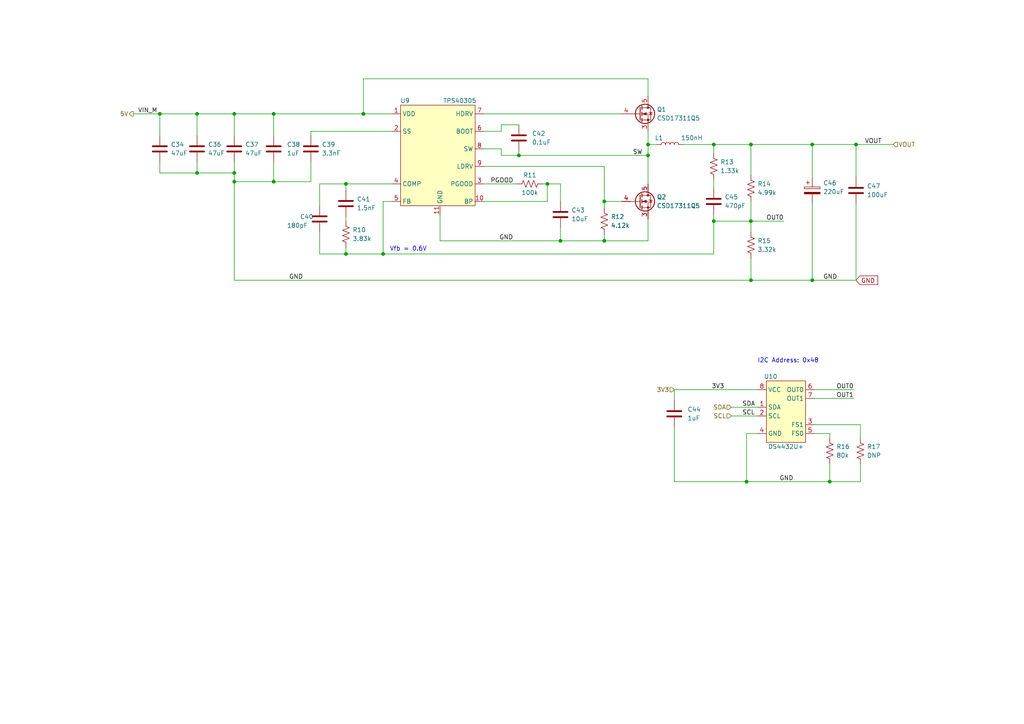
<source format=kicad_sch>
(kicad_sch (version 20230121) (generator eeschema)
  (paper "A4")
  (lib_symbols
    (symbol "Device:C" (pin_numbers hide) (pin_names (offset 0.254))
      (property "Reference" "C" (at 0.635 2.54 0))
      (property "Value" "C" (at 0.635 -2.54 0))
      (symbol "C_0_1"
        (polyline (pts (xy -2.032 -0.762) (xy 2.032 -0.762)) (stroke (width 0.508)))
        (polyline (pts (xy -2.032 0.762) (xy 2.032 0.762)) (stroke (width 0.508)))
      )
      (symbol "C_1_1"
        (pin passive line (at 0 3.81 270) (length 2.794) (name "~") (number "1"))
        (pin passive line (at 0 -3.81 90) (length 2.794) (name "~") (number "2"))
      )
    )
    (symbol "Device:C_Polarized" (pin_numbers hide) (pin_names (offset 0.254))
      (property "Reference" "C" (at 0.635 2.54 0))
      (property "Value" "C_Polarized" (at 0.635 -2.54 0))
      (symbol "C_Polarized_0_1"
        (rectangle (start -2.286 0.508) (end 2.286 1.016))
        (polyline (pts (xy -1.778 2.286) (xy -0.762 2.286)))
        (polyline (pts (xy -1.27 2.794) (xy -1.27 1.778)))
        (rectangle (start 2.286 -0.508) (end -2.286 -1.016) (fill (type outline)))
      )
      (symbol "C_Polarized_1_1"
        (pin passive line (at 0 3.81 270) (length 2.794) (name "~") (number "1"))
        (pin passive line (at 0 -3.81 90) (length 2.794) (name "~") (number "2"))
      )
    )
    (symbol "Device:L" (pin_numbers hide) (pin_names (offset 1.016) hide)
      (property "Reference" "L" (at -1.27 0 90))
      (property "Value" "L" (at 1.905 0 90))
      (symbol "L_0_1"
        (arc (start 0 -2.54) (mid 0.6323 -1.905) (end 0 -1.27))
        (arc (start 0 -1.27) (mid 0.6323 -0.635) (end 0 0))
        (arc (start 0 0) (mid 0.6323 0.635) (end 0 1.27))
        (arc (start 0 1.27) (mid 0.6323 1.905) (end 0 2.54))
      )
      (symbol "L_1_1"
        (pin passive line (at 0 3.81 270) (length 1.27) (name "1") (number "1"))
        (pin passive line (at 0 -3.81 90) (length 1.27) (name "2") (number "2"))
      )
    )
    (symbol "Device:R_US" (pin_numbers hide) (pin_names (offset 0))
      (property "Reference" "R" (at 2.54 0 90))
      (property "Value" "R_US" (at -2.54 0 90))
      (symbol "R_US_0_1"
        (polyline (pts (xy 0 -2.286) (xy 0 -2.54)))
        (polyline (pts (xy 0 2.286) (xy 0 2.54)))
        (polyline (pts (xy 0 -0.762) (xy 1.016 -1.143) (xy 0 -1.524) (xy -1.016 -1.905) (xy 0 -2.286)))
        (polyline (pts (xy 0 0.762) (xy 1.016 0.381) (xy 0 0) (xy -1.016 -0.381) (xy 0 -0.762)))
        (polyline (pts (xy 0 2.286) (xy 1.016 1.905) (xy 0 1.524) (xy -1.016 1.143) (xy 0 0.762)))
      )
      (symbol "R_US_1_1"
        (pin passive line (at 0 3.81 270) (length 1.27) (name "~") (number "1"))
        (pin passive line (at 0 -3.81 90) (length 1.27) (name "~") (number "2"))
      )
    )
    (symbol "Q_NMOS_CSD17311Q5_1" (pin_names (offset 0) hide)
      (property "Reference" "Q" (at 5.08 1.27 0))
      (property "Value" "Q_NMOS_CSD17311Q5_1" (at 5.08 -1.27 0))
      (symbol "Q_NMOS_CSD17311Q5_1_0_1"
        (polyline (pts (xy 0.254 0) (xy -2.54 0)))
        (polyline (pts (xy 0.254 1.905) (xy 0.254 -1.905)) (stroke (width 0.254)))
        (polyline (pts (xy 0.762 -1.27) (xy 0.762 -2.286)) (stroke (width 0.254)))
        (polyline (pts (xy 0.762 0.508) (xy 0.762 -0.508)) (stroke (width 0.254)))
        (polyline (pts (xy 0.762 2.286) (xy 0.762 1.27)) (stroke (width 0.254)))
        (polyline (pts (xy 2.54 2.54) (xy 2.54 1.778)))
        (polyline (pts (xy 2.54 -2.54) (xy 2.54 0) (xy 0.762 0)))
        (polyline (pts (xy 0.762 -1.778) (xy 3.302 -1.778) (xy 3.302 1.778) (xy 0.762 1.778)))
        (polyline (pts (xy 1.016 0) (xy 2.032 0.381) (xy 2.032 -0.381) (xy 1.016 0)) (fill (type outline)))
        (polyline (pts (xy 2.794 0.508) (xy 2.921 0.381) (xy 3.683 0.381) (xy 3.81 0.254)))
        (polyline (pts (xy 3.302 0.381) (xy 2.921 -0.254) (xy 3.683 -0.254) (xy 3.302 0.381)))
        (circle (center 1.651 0) (radius 2.794) (stroke (width 0.254)))
        (circle (center 2.54 -1.778) (radius 0.254) (fill (type outline)))
        (circle (center 2.54 1.778) (radius 0.254) (fill (type outline)))
      )
      (symbol "Q_NMOS_CSD17311Q5_1_1_1"
        (pin passive line (at 2.54 -5.08 90) (length 2.54) hide (name "") (number "1"))
        (pin passive line (at 2.54 -5.08 90) (length 2.54) hide (name "") (number "2"))
        (pin passive line (at 2.54 -5.08 90) (length 2.54) (name "S") (number "3"))
        (pin input line (at -5.08 0 0) (length 2.54) (name "G") (number "4"))
        (pin passive line (at 2.54 5.08 270) (length 2.54) (name "D") (number "5"))
      )
    )
    (symbol "TPS40305:DS4432U+"
      (property "Reference" "U" (at 3.81 10.16 0))
      (property "Value" "DS4432U+" (at -1.27 -10.16 0))
      (symbol "DS4432U+_0_1"
        (rectangle (start -6.35 8.89) (end 5.08 -8.89) (stroke (width 0.1524)) (fill (type background)))
      )
      (symbol "DS4432U+_1_1"
        (pin input line (at -8.89 1.27 0) (length 2.54) (name "SDA") (number "1"))
        (pin input line (at -8.89 -1.27 0) (length 2.54) (name "SCL") (number "2"))
        (pin input line (at 7.62 -3.81 180) (length 2.54) (name "FS1") (number "3"))
        (pin power_in line (at -8.89 -6.35 0) (length 2.54) (name "GND") (number "4"))
        (pin input line (at 7.62 -6.35 180) (length 2.54) (name "FS0") (number "5"))
        (pin output line (at 7.62 6.35 180) (length 2.54) (name "OUT0") (number "6"))
        (pin output line (at 7.62 3.81 180) (length 2.54) (name "OUT1") (number "7"))
        (pin power_in line (at -8.89 6.35 0) (length 2.54) (name "VCC") (number "8"))
      )
    )
    (symbol "TPS40305:TPS40305"
      (property "Reference" "U" (at 10.16 16.51 0))
      (property "Value" "TPS40305" (at -7.62 16.51 0))
      (symbol "TPS40305_0_1"
        (rectangle (start -11.43 15.24) (end 10.16 -13.97) (stroke (width 0.1524)) (fill (type background)))
      )
      (symbol "TPS40305_1_1"
        (pin input line (at -13.97 12.7 0) (length 2.54) (name "VDD") (number "1"))
        (pin input line (at 12.7 -12.7 180) (length 2.54) (name "BP") (number "10"))
        (pin input line (at 0 -16.51 90) (length 2.54) (name "GND") (number "11"))
        (pin input line (at -13.97 7.62 0) (length 2.54) (name "SS") (number "2"))
        (pin input line (at 12.7 -7.62 180) (length 2.54) (name "PGOOD") (number "3"))
        (pin input line (at -13.97 -7.62 0) (length 2.54) (name "COMP") (number "4"))
        (pin input line (at -13.97 -12.7 0) (length 2.54) (name "FB") (number "5"))
        (pin input line (at 12.7 7.62 180) (length 2.54) (name "BOOT") (number "6"))
        (pin input line (at 12.7 12.7 180) (length 2.54) (name "HDRV") (number "7"))
        (pin input line (at 12.7 2.54 180) (length 2.54) (name "SW") (number "8"))
        (pin input line (at 12.7 -2.54 180) (length 2.54) (name "LDRV") (number "9"))
      )
    )
  )
  (junction (at 175.26 69.85))
  (junction (at 207.01 64.135))
  (junction (at 235.585 81.28))
  (junction (at 187.96 45.085))
  (junction (at 100.33 73.66))
  (junction (at 207.01 41.91))
  (junction (at 217.805 64.135))
  (junction (at 105.41 33.02))
  (junction (at 187.96 41.91))
  (junction (at 57.15 33.02))
  (junction (at 67.945 33.02))
  (junction (at 162.56 69.85))
  (junction (at 79.375 33.02))
  (junction (at 111.125 73.66))
  (junction (at 79.375 52.705))
  (junction (at 57.15 50.165))
  (junction (at 216.535 139.7))
  (junction (at 175.26 58.42))
  (junction (at 248.285 41.91))
  (junction (at 158.75 53.34))
  (junction (at 235.585 41.91))
  (junction (at 240.665 139.7))
  (junction (at 67.945 52.705))
  (junction (at 217.805 81.28))
  (junction (at 46.355 33.02))
  (junction (at 67.945 50.165))
  (junction (at 217.805 41.91))
  (junction (at 100.33 53.34))
  (junction (at 150.495 45.085))
  (wire (pts (xy 100.33 62.865) (xy 100.33 64.135)))
  (wire (pts (xy 113.665 38.1) (xy 90.17 38.1)))
  (wire (pts (xy 187.96 41.91) (xy 190.5 41.91)))
  (wire (pts (xy 248.285 41.91) (xy 259.08 41.91)))
  (wire (pts (xy 216.535 139.7) (xy 216.535 125.73)))
  (wire (pts (xy 236.22 125.73) (xy 240.665 125.73)))
  (wire (pts (xy 175.26 69.85) (xy 175.26 67.945)))
  (wire (pts (xy 207.01 64.135) (xy 207.01 73.66)))
  (wire (pts (xy 38.735 33.02) (xy 46.355 33.02)))
  (wire (pts (xy 92.71 53.34) (xy 92.71 59.69)))
  (wire (pts (xy 249.555 134.62) (xy 249.555 139.7)))
  (wire (pts (xy 140.335 43.18) (xy 145.415 43.18)))
  (wire (pts (xy 92.71 73.66) (xy 92.71 67.31)))
  (wire (pts (xy 79.375 33.02) (xy 105.41 33.02)))
  (wire (pts (xy 79.375 33.02) (xy 79.375 39.37)))
  (wire (pts (xy 113.665 58.42) (xy 111.125 58.42)))
  (wire (pts (xy 240.665 125.73) (xy 240.665 127)))
  (wire (pts (xy 100.33 53.34) (xy 100.33 55.245)))
  (wire (pts (xy 236.22 115.57) (xy 247.65 115.57)))
  (wire (pts (xy 67.945 33.02) (xy 79.375 33.02)))
  (wire (pts (xy 212.09 118.11) (xy 219.71 118.11)))
  (wire (pts (xy 240.665 134.62) (xy 240.665 139.7)))
  (wire (pts (xy 187.96 27.94) (xy 187.96 22.86)))
  (wire (pts (xy 111.125 73.66) (xy 100.33 73.66)))
  (wire (pts (xy 67.945 52.705) (xy 67.945 81.28)))
  (wire (pts (xy 46.355 50.165) (xy 57.15 50.165)))
  (wire (pts (xy 46.355 46.99) (xy 46.355 50.165)))
  (wire (pts (xy 127.635 62.23) (xy 127.635 69.85)))
  (wire (pts (xy 145.415 45.085) (xy 150.495 45.085)))
  (wire (pts (xy 248.285 51.435) (xy 248.285 41.91)))
  (wire (pts (xy 113.665 53.34) (xy 100.33 53.34)))
  (wire (pts (xy 195.58 139.7) (xy 216.535 139.7)))
  (wire (pts (xy 105.41 22.86) (xy 105.41 33.02)))
  (wire (pts (xy 235.585 59.055) (xy 235.585 81.28)))
  (wire (pts (xy 207.01 41.91) (xy 217.805 41.91)))
  (wire (pts (xy 249.555 139.7) (xy 240.665 139.7)))
  (wire (pts (xy 67.945 81.28) (xy 217.805 81.28)))
  (wire (pts (xy 217.805 64.135) (xy 217.805 67.31)))
  (wire (pts (xy 217.805 81.28) (xy 235.585 81.28)))
  (wire (pts (xy 236.22 113.03) (xy 247.65 113.03)))
  (wire (pts (xy 67.945 50.165) (xy 67.945 52.705)))
  (wire (pts (xy 212.09 120.65) (xy 219.71 120.65)))
  (wire (pts (xy 187.96 69.85) (xy 175.26 69.85)))
  (wire (pts (xy 207.01 41.91) (xy 207.01 44.45)))
  (wire (pts (xy 195.58 116.205) (xy 195.58 113.03)))
  (wire (pts (xy 57.15 33.02) (xy 57.15 39.37)))
  (wire (pts (xy 175.26 48.26) (xy 175.26 58.42)))
  (wire (pts (xy 145.415 38.1) (xy 145.415 36.195)))
  (wire (pts (xy 175.26 58.42) (xy 175.26 60.325)))
  (wire (pts (xy 195.58 113.03) (xy 219.71 113.03)))
  (wire (pts (xy 236.22 123.19) (xy 249.555 123.19)))
  (wire (pts (xy 235.585 81.28) (xy 248.285 81.28)))
  (wire (pts (xy 140.335 48.26) (xy 175.26 48.26)))
  (wire (pts (xy 248.285 41.91) (xy 235.585 41.91)))
  (wire (pts (xy 240.665 139.7) (xy 216.535 139.7)))
  (wire (pts (xy 140.335 58.42) (xy 158.75 58.42)))
  (wire (pts (xy 158.75 58.42) (xy 158.75 53.34)))
  (wire (pts (xy 187.96 22.86) (xy 105.41 22.86)))
  (wire (pts (xy 57.15 50.165) (xy 67.945 50.165)))
  (wire (pts (xy 187.96 38.1) (xy 187.96 41.91)))
  (wire (pts (xy 105.41 33.02) (xy 113.665 33.02)))
  (wire (pts (xy 100.33 71.755) (xy 100.33 73.66)))
  (wire (pts (xy 46.355 33.02) (xy 57.15 33.02)))
  (wire (pts (xy 187.96 41.91) (xy 187.96 45.085)))
  (wire (pts (xy 90.17 46.99) (xy 90.17 52.705)))
  (wire (pts (xy 57.15 46.99) (xy 57.15 50.165)))
  (wire (pts (xy 207.01 73.66) (xy 111.125 73.66)))
  (wire (pts (xy 145.415 36.195) (xy 150.495 36.195)))
  (wire (pts (xy 162.56 53.34) (xy 162.56 58.42)))
  (wire (pts (xy 175.26 58.42) (xy 180.34 58.42)))
  (wire (pts (xy 111.125 58.42) (xy 111.125 73.66)))
  (wire (pts (xy 217.805 41.91) (xy 217.805 50.8)))
  (wire (pts (xy 79.375 46.99) (xy 79.375 52.705)))
  (wire (pts (xy 67.945 33.02) (xy 67.945 39.37)))
  (wire (pts (xy 217.805 58.42) (xy 217.805 64.135)))
  (wire (pts (xy 145.415 43.18) (xy 145.415 45.085)))
  (wire (pts (xy 79.375 52.705) (xy 90.17 52.705)))
  (wire (pts (xy 187.96 45.085) (xy 187.96 53.34)))
  (wire (pts (xy 150.495 43.815) (xy 150.495 45.085)))
  (wire (pts (xy 158.75 53.34) (xy 162.56 53.34)))
  (wire (pts (xy 140.335 53.34) (xy 149.86 53.34)))
  (wire (pts (xy 248.285 59.055) (xy 248.285 81.28)))
  (wire (pts (xy 235.585 41.91) (xy 235.585 51.435)))
  (wire (pts (xy 162.56 69.85) (xy 175.26 69.85)))
  (wire (pts (xy 67.945 52.705) (xy 79.375 52.705)))
  (wire (pts (xy 207.01 64.135) (xy 217.805 64.135)))
  (wire (pts (xy 67.945 46.99) (xy 67.945 50.165)))
  (wire (pts (xy 217.805 64.135) (xy 227.33 64.135)))
  (wire (pts (xy 57.15 33.02) (xy 67.945 33.02)))
  (wire (pts (xy 140.335 38.1) (xy 145.415 38.1)))
  (wire (pts (xy 207.01 62.23) (xy 207.01 64.135)))
  (wire (pts (xy 198.12 41.91) (xy 207.01 41.91)))
  (wire (pts (xy 140.335 33.02) (xy 180.34 33.02)))
  (wire (pts (xy 217.805 74.93) (xy 217.805 81.28)))
  (wire (pts (xy 249.555 123.19) (xy 249.555 127)))
  (wire (pts (xy 100.33 53.34) (xy 92.71 53.34)))
  (wire (pts (xy 46.355 39.37) (xy 46.355 33.02)))
  (wire (pts (xy 187.96 63.5) (xy 187.96 69.85)))
  (wire (pts (xy 127.635 69.85) (xy 162.56 69.85)))
  (wire (pts (xy 162.56 66.04) (xy 162.56 69.85)))
  (wire (pts (xy 157.48 53.34) (xy 158.75 53.34)))
  (wire (pts (xy 195.58 123.825) (xy 195.58 139.7)))
  (wire (pts (xy 150.495 45.085) (xy 187.96 45.085)))
  (wire (pts (xy 207.01 52.07) (xy 207.01 54.61)))
  (wire (pts (xy 235.585 41.91) (xy 217.805 41.91)))
  (wire (pts (xy 216.535 125.73) (xy 219.71 125.73)))
  (wire (pts (xy 100.33 73.66) (xy 92.71 73.66)))
  (wire (pts (xy 90.17 38.1) (xy 90.17 39.37)))
  (text "Vfb = 0.6V" (at 113.03 73.025 0) (effects (font (size 1.27 1.27)) (justify left bottom)))
  (text "I2C Address: 0x48" (at 219.71 105.41 0) (effects (font (size 1.27 1.27)) (justify left bottom)))
  (label "OUT0" (at 242.57 113.03 0))
  (label "SCL" (at 215.265 120.65 0))
  (label "GND" (at 144.78 69.85 0))
  (label "VIN_M" (at 40.005 33.02 0))
  (label "SW" (at 183.515 45.085 0))
  (label "SDA" (at 215.265 118.11 0))
  (label "PGOOD" (at 142.24 53.34 0))
  (label "GND" (at 238.76 81.28 0))
  (label "GND" (at 83.82 81.28 0))
  (label "VOUT" (at 250.825 41.91 0))
  (label "OUT1" (at 242.57 115.57 0))
  (label "OUT0" (at 222.25 64.135 0))
  (label "3V3" (at 206.375 113.03 0))
  (label "GND" (at 226.06 139.7 0))
  (global_label "GND" (shape input) (at 248.285 81.28 0) (property "Intersheetrefs" "${INTERSHEET_REFS}" (effects hide)))
  (hierarchical_label "SDA" (shape input) (at 212.09 118.11 180))
  (hierarchical_label "3V3" (shape input) (at 195.58 113.03 180))
  (hierarchical_label "SCL" (shape input) (at 212.09 120.65 180))
  (hierarchical_label "5V" (shape output) (at 38.735 33.02 180))
  (hierarchical_label "VOUT" (shape input) (at 259.08 41.91 0))
  (symbol (lib_id "Device:C") (at 195.58 120.015 0) (unit 1)
    (property "Reference" "C44" (at 199.39 118.7449 0) (effects (justify left)))
    (property "Value" "1uF" (at 199.39 121.2849 0) (effects (justify left)))
    (property "Footprint" "Capacitor_SMD:C_0402_1005Metric" (effects hide))
    (property "DK" "587-5514-1-ND" (effects hide))
    (property "PARTNO" "EMK105BJ105MV-F" (effects hide))
  )
  (symbol (lib_id "Device:C") (at 90.17 43.18 0) (unit 1)
    (property "Reference" "C39" (at 93.345 41.9099 0) (effects (justify left)))
    (property "Value" "3.3nF" (at 93.345 44.4499 0) (effects (justify left)))
    (property "Footprint" "Capacitor_SMD:C_0402_1005Metric" (effects hide))
    (property "DK" "1276-1552-1-ND" (effects hide))
    (property "PARTNO" "CL05B332KB5NNNC" (effects hide))
  )
  (symbol (lib_id "Device:C") (at 92.71 63.5 0) (unit 1)
    (property "Reference" "C40" (at 86.995 62.865 0) (effects (justify left)))
    (property "Value" "180pF" (at 83.185 65.405 0) (effects (justify left)))
    (property "Footprint" "Capacitor_SMD:C_0805_2012Metric" (effects hide))
    (property "DK" "311-1114-1-ND" (effects hide))
    (property "PARTNO" "CC0805JRNPO9BN181" (effects hide))
  )
  (symbol (lib_id "Device:C") (at 162.56 62.23 0) (unit 1)
    (property "Reference" "C43" (at 165.735 60.9599 0) (effects (justify left)))
    (property "Value" "10uF" (at 165.735 63.4999 0) (effects (justify left)))
    (property "Footprint" "Capacitor_SMD:C_0805_2012Metric" (effects hide))
    (property "DK" "1276-1096-1-ND" (effects hide))
    (property "PARTNO" "CL21A106KOQNNNE" (effects hide))
  )
  (symbol (lib_name "Q_NMOS_CSD17311Q5_1") (lib_id "TPS40305:Q_NMOS_CSD17311Q5") (at 185.42 33.02 0) (unit 1)
    (property "Reference" "Q1" (at 190.5 31.75 0) (effects (justify left)))
    (property "Value" "CSD17311Q5" (at 190.5 34.29 0) (effects (justify left)))
    (property "Footprint" "TPS40305_supply:CSD17311Q5" (effects hide))
    (property "Datasheet" "https://www.ti.com/lit/ds/symlink/csd17311q5.pdf" (effects hide))
    (property "DK" "296-27625-1-ND" (effects hide))
    (property "PARTNO" "CSD17311Q5" (effects hide))
  )
  (symbol (lib_id "Device:R_US") (at 100.33 67.945 0) (unit 1)
    (property "Reference" "R10" (at 102.235 66.6749 0) (effects (justify left)))
    (property "Value" "3.83k" (at 102.235 69.2149 0) (effects (justify left)))
    (property "Footprint" "Resistor_SMD:R_0402_1005Metric" (effects hide))
    (property "DK" "311-3.83KLRCT-ND" (effects hide))
    (property "PARTNO" "RC0402FR-073K83L" (effects hide))
  )
  (symbol (lib_id "Device:R_US") (at 249.555 130.81 0) (unit 1)
    (property "Reference" "R17" (at 251.46 129.5399 0) (effects (justify left)))
    (property "Value" "DNP" (at 251.46 132.0799 0) (effects (justify left)))
    (property "Footprint" "Resistor_SMD:R_0402_1005Metric" (effects hide))
    (property "DNP" "T" (effects hide))
  )
  (symbol (lib_id "Device:C") (at 46.355 43.18 0) (unit 1)
    (property "Reference" "C34" (at 49.53 41.9099 0) (effects (justify left)))
    (property "Value" "47uF" (at 49.53 44.4499 0) (effects (justify left)))
    (property "Footprint" "Capacitor_SMD:C_1210_3225Metric" (effects hide))
    (property "DK" "490-6539-1-ND" (effects hide))
    (property "PARTNO" "GRM32ER61C476KE15L" (effects hide))
  )
  (symbol (lib_id "Device:R_US") (at 153.67 53.34 90) (unit 1)
    (property "Reference" "R11" (at 153.67 50.8 90))
    (property "Value" "100k" (at 153.67 55.88 90))
    (property "Footprint" "Resistor_SMD:R_0402_1005Metric" (effects hide))
    (property "DK" "311-100KJRCT-ND" (effects hide))
    (property "PARTNO" "RC0402JR-07100KL" (effects hide))
  )
  (symbol (lib_name "Q_NMOS_CSD17311Q5_1") (lib_id "TPS40305:Q_NMOS_CSD17311Q5") (at 185.42 58.42 0) (unit 1)
    (property "Reference" "Q2" (at 190.5 57.15 0) (effects (justify left)))
    (property "Value" "CSD17311Q5" (at 190.5 59.69 0) (effects (justify left)))
    (property "Footprint" "TPS40305_supply:CSD17311Q5" (effects hide))
    (property "Datasheet" "https://www.ti.com/lit/ds/symlink/csd17311q5.pdf" (effects hide))
    (property "DK" "296-27625-1-ND" (effects hide))
    (property "PARTNO" "CSD17311Q5" (effects hide))
  )
  (symbol (lib_id "Device:C") (at 207.01 58.42 0) (unit 1)
    (property "Reference" "C45" (at 210.185 57.1499 0) (effects (justify left)))
    (property "Value" "470pF" (at 210.185 59.6899 0) (effects (justify left)))
    (property "Footprint" "Capacitor_SMD:C_0805_2012Metric" (effects hide))
    (property "DK" "1292-1580-1-ND" (effects hide))
    (property "PARTNO" "0805B471K500CT" (effects hide))
  )
  (symbol (lib_id "Device:R_US") (at 217.805 54.61 0) (unit 1)
    (property "Reference" "R14" (at 219.71 53.3399 0) (effects (justify left)))
    (property "Value" "4.99k" (at 219.71 55.8799 0) (effects (justify left)))
    (property "Footprint" "Resistor_SMD:R_0402_1005Metric" (effects hide))
    (property "DK" "311-4.99KLRCT-ND" (effects hide))
    (property "PARTNO" "RC0402FR-074K99L" (effects hide))
  )
  (symbol (lib_id "Device:C") (at 79.375 43.18 0) (unit 1)
    (property "Reference" "C38" (at 83.185 41.9099 0) (effects (justify left)))
    (property "Value" "1uF" (at 83.185 44.4499 0) (effects (justify left)))
    (property "Footprint" "Capacitor_SMD:C_0805_2012Metric" (effects hide))
    (property "DK" "1276-6471-1-ND" (effects hide))
    (property "PARTNO" "CL21B105KOFNNNG" (effects hide))
  )
  (symbol (lib_id "Device:R_US") (at 175.26 64.135 0) (unit 1)
    (property "Reference" "R12" (at 177.165 62.8649 0) (effects (justify left)))
    (property "Value" "4.12k" (at 177.165 65.4049 0) (effects (justify left)))
    (property "Footprint" "Resistor_SMD:R_0402_1005Metric" (effects hide))
    (property "DK" "RMCF0402FT4K12CT-ND" (effects hide))
    (property "PARTNO" "RMCF0402FT4K12" (effects hide))
  )
  (symbol (lib_id "Device:R_US") (at 207.01 48.26 0) (unit 1)
    (property "Reference" "R13" (at 208.915 46.9899 0) (effects (justify left)))
    (property "Value" "1.33k" (at 208.915 49.5299 0) (effects (justify left)))
    (property "Footprint" "Resistor_SMD:R_0402_1005Metric" (effects hide))
    (property "DK" "311-1.33KLRCT-ND" (effects hide))
    (property "PARTNO" "RC0402FR-071K33L" (effects hide))
  )
  (symbol (lib_id "TPS40305:DS4432U+") (at 228.6 119.38 0) (unit 1)
    (property "Reference" "U10" (at 223.52 109.22 0))
    (property "Value" "DS4432U+" (at 227.965 129.54 0))
    (property "Footprint" "Package_SO:TSSOP-8_3x3mm_P0.65mm" (effects hide))
    (property "Datasheet" "https://datasheets.maximintegrated.com/en/ds/DS4432.pdf" (effects hide))
    (property "DK" "DS4432U+-ND" (effects hide))
    (property "PARTNO" "DS4432U+" (effects hide))
  )
  (symbol (lib_id "Device:C_Polarized") (at 235.585 55.245 0) (unit 1)
    (property "Reference" "C46" (at 238.76 53.0859 0) (effects (justify left)))
    (property "Value" "220uF" (at 238.76 55.6259 0) (effects (justify left)))
    (property "Footprint" "TPS40305_supply:CAP_2R5TPE220MAFB" (effects hide))
    (property "Datasheet" "https://media.digikey.com/pdf/Data%20Sheets/Panasonic%20Capacitors%20PDFs/TPE_Series_POSCAP_Rev02_Oct_2017.pdf" (effects hide))
    (property "PARTNO" "2R5TPE220MAFB" (effects hide))
    (property "DK" "P16200CT-ND" (effects hide))
  )
  (symbol (lib_id "Device:C") (at 67.945 43.18 0) (unit 1)
    (property "Reference" "C37" (at 71.12 41.9099 0) (effects (justify left)))
    (property "Value" "47uF" (at 71.12 44.4499 0) (effects (justify left)))
    (property "Footprint" "Capacitor_SMD:C_1210_3225Metric" (effects hide))
    (property "DK" "490-6539-1-ND" (effects hide))
    (property "PARTNO" "GRM32ER61C476KE15L" (effects hide))
  )
  (symbol (lib_id "Device:C") (at 57.15 43.18 0) (unit 1)
    (property "Reference" "C36" (at 60.325 41.9099 0) (effects (justify left)))
    (property "Value" "47uF" (at 60.325 44.4499 0) (effects (justify left)))
    (property "Footprint" "Capacitor_SMD:C_1210_3225Metric" (effects hide))
    (property "DK" "490-6539-1-ND" (effects hide))
    (property "PARTNO" "GRM32ER61C476KE15L" (effects hide))
  )
  (symbol (lib_id "Device:R_US") (at 217.805 71.12 0) (unit 1)
    (property "Reference" "R15" (at 219.71 69.8499 0) (effects (justify left)))
    (property "Value" "3.32k" (at 219.71 72.3899 0) (effects (justify left)))
    (property "Footprint" "Resistor_SMD:R_0402_1005Metric" (effects hide))
    (property "DK" "311-3.32KLRCT-ND" (effects hide))
    (property "PARTNO" "RC0402FR-073K32L" (effects hide))
  )
  (symbol (lib_id "Device:R_US") (at 240.665 130.81 0) (unit 1)
    (property "Reference" "R16" (at 242.57 129.5399 0) (effects (justify left)))
    (property "Value" "80k" (at 242.57 132.0799 0) (effects (justify left)))
    (property "Footprint" "Resistor_SMD:R_0402_1005Metric" (effects hide))
    (property "DK" "311-80.6KLRCT-ND" (effects hide))
    (property "PARTNO" "RC0402FR-0780K6L" (effects hide))
  )
  (symbol (lib_id "TPS40305:TPS40305") (at 127.635 45.72 0) (unit 1)
    (property "Reference" "U9" (at 117.475 29.21 0))
    (property "Value" "TPS40305" (at 133.35 29.21 0))
    (property "Footprint" "TPS40305_supply:TPS40305" (effects hide))
    (property "Datasheet" "https://www.ti.com/lit/ds/symlink/tps40303.pdf" (effects hide))
    (property "DK" "296-37445-1-ND" (effects hide))
    (property "PARTNO" "TPS40305DRCR" (effects hide))
  )
  (symbol (lib_id "Device:L") (at 194.31 41.91 90) (unit 1)
    (property "Reference" "L1" (at 191.135 40.005 90))
    (property "Value" "150nH" (at 200.66 40.005 90))
    (property "Footprint" "TPS40305_supply:FP1005R1-R15-R" (effects hide))
    (property "Datasheet" "https://www.eaton.com/content/dam/eaton/products/electronic-components/resources/data-sheet/eaton-fp1005r-high-current-power-inductors-data-sheet.pdf" (effects hide))
    (property "PARTNO" "FP1005R1-R15-R" (effects hide))
    (property "DK" "513-1568-1-ND" (effects hide))
  )
  (symbol (lib_id "Device:C") (at 150.495 40.005 0) (unit 1)
    (property "Reference" "C42" (at 154.305 38.7349 0) (effects (justify left)))
    (property "Value" "0.1uF" (at 154.305 41.2749 0) (effects (justify left)))
    (property "Footprint" "Capacitor_SMD:C_0402_1005Metric" (effects hide))
    (property "DK" "1292-1639-1-ND" (effects hide))
    (property "PARTNO" "0402X104K100CT" (effects hide))
  )
  (symbol (lib_id "Device:C") (at 100.33 59.055 0) (unit 1)
    (property "Reference" "C41" (at 103.505 57.7849 0) (effects (justify left)))
    (property "Value" "1.5nF" (at 103.505 60.3249 0) (effects (justify left)))
    (property "Footprint" "Capacitor_SMD:C_0805_2012Metric" (effects hide))
    (property "DK" "311-1128-1-ND" (effects hide))
    (property "PARTNO" "CC0805KRX7R9BB152" (effects hide))
  )
  (symbol (lib_id "Device:C") (at 248.285 55.245 0) (unit 1)
    (property "Reference" "C47" (at 251.46 53.9749 0) (effects (justify left)))
    (property "Value" "100uF" (at 251.46 56.5149 0) (effects (justify left)))
    (property "Footprint" "Capacitor_SMD:C_1206_3216Metric" (effects hide))
    (property "PARTNO" "C3216X5R0J107M160AB" (effects hide))
    (property "DK" "445-6008-1-ND" (effects hide))
  )
)
</source>
